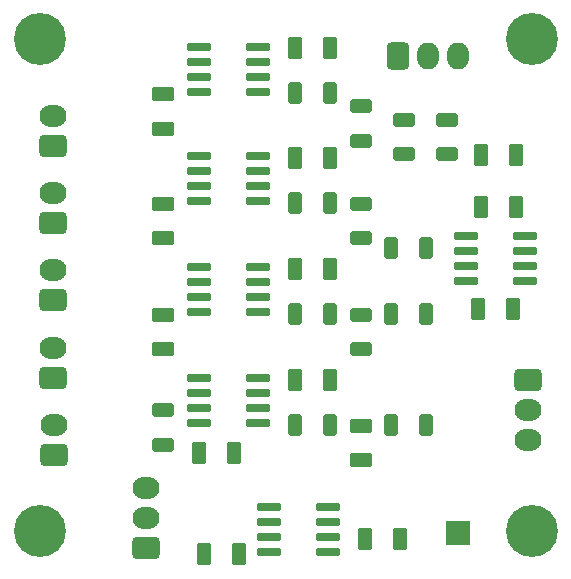
<source format=gts>
%TF.GenerationSoftware,KiCad,Pcbnew,(6.0.1-0)*%
%TF.CreationDate,2022-09-05T12:17:56-04:00*%
%TF.ProjectId,Summing Circuit V5,53756d6d-696e-4672-9043-697263756974,003*%
%TF.SameCoordinates,Original*%
%TF.FileFunction,Soldermask,Top*%
%TF.FilePolarity,Negative*%
%FSLAX46Y46*%
G04 Gerber Fmt 4.6, Leading zero omitted, Abs format (unit mm)*
G04 Created by KiCad (PCBNEW (6.0.1-0)) date 2022-09-05 12:17:56*
%MOMM*%
%LPD*%
G01*
G04 APERTURE LIST*
G04 Aperture macros list*
%AMRoundRect*
0 Rectangle with rounded corners*
0 $1 Rounding radius*
0 $2 $3 $4 $5 $6 $7 $8 $9 X,Y pos of 4 corners*
0 Add a 4 corners polygon primitive as box body*
4,1,4,$2,$3,$4,$5,$6,$7,$8,$9,$2,$3,0*
0 Add four circle primitives for the rounded corners*
1,1,$1+$1,$2,$3*
1,1,$1+$1,$4,$5*
1,1,$1+$1,$6,$7*
1,1,$1+$1,$8,$9*
0 Add four rect primitives between the rounded corners*
20,1,$1+$1,$2,$3,$4,$5,0*
20,1,$1+$1,$4,$5,$6,$7,0*
20,1,$1+$1,$6,$7,$8,$9,0*
20,1,$1+$1,$8,$9,$2,$3,0*%
G04 Aperture macros list end*
%ADD10O,1.841600X2.291600*%
%ADD11RoundRect,0.300800X-0.620000X-0.845000X0.620000X-0.845000X0.620000X0.845000X-0.620000X0.845000X0*%
%ADD12RoundRect,0.300800X0.325000X0.650000X-0.325000X0.650000X-0.325000X-0.650000X0.325000X-0.650000X0*%
%ADD13RoundRect,0.300800X-0.650000X0.325000X-0.650000X-0.325000X0.650000X-0.325000X0.650000X0.325000X0*%
%ADD14RoundRect,0.300800X-0.312500X-0.625000X0.312500X-0.625000X0.312500X0.625000X-0.312500X0.625000X0*%
%ADD15RoundRect,0.300800X-0.625000X0.312500X-0.625000X-0.312500X0.625000X-0.312500X0.625000X0.312500X0*%
%ADD16RoundRect,0.300800X0.312500X0.625000X-0.312500X0.625000X-0.312500X-0.625000X0.312500X-0.625000X0*%
%ADD17RoundRect,0.200800X-0.825000X-0.150000X0.825000X-0.150000X0.825000X0.150000X-0.825000X0.150000X0*%
%ADD18RoundRect,0.300800X0.845000X-0.620000X0.845000X0.620000X-0.845000X0.620000X-0.845000X-0.620000X0*%
%ADD19O,2.291600X1.841600*%
%ADD20RoundRect,0.300800X0.625000X-0.312500X0.625000X0.312500X-0.625000X0.312500X-0.625000X-0.312500X0*%
%ADD21C,4.401600*%
%ADD22RoundRect,0.300800X-0.845000X0.620000X-0.845000X-0.620000X0.845000X-0.620000X0.845000X0.620000X0*%
%ADD23RoundRect,0.300800X0.650000X-0.325000X0.650000X0.325000X-0.650000X0.325000X-0.650000X-0.325000X0*%
%ADD24RoundRect,0.050800X-1.000000X-1.000000X1.000000X-1.000000X1.000000X1.000000X-1.000000X1.000000X0*%
%ADD25RoundRect,0.300800X-0.325000X-0.650000X0.325000X-0.650000X0.325000X0.650000X-0.325000X0.650000X0*%
%ADD26RoundRect,0.200800X0.825000X0.150000X-0.825000X0.150000X-0.825000X-0.150000X0.825000X-0.150000X0*%
G04 APERTURE END LIST*
D10*
%TO.C,J3*%
X116205000Y-49149000D03*
X113665000Y-49149000D03*
D11*
X111125000Y-49149000D03*
%TD*%
D12*
%TO.C,C5*%
X105361000Y-67183000D03*
X102411000Y-67183000D03*
%TD*%
D13*
%TO.C,C9*%
X107950000Y-80440000D03*
X107950000Y-83390000D03*
%TD*%
D12*
%TO.C,C8*%
X97233000Y-82804000D03*
X94283000Y-82804000D03*
%TD*%
D14*
%TO.C,R3*%
X102423500Y-61595000D03*
X105348500Y-61595000D03*
%TD*%
D15*
%TO.C,W1*%
X91186000Y-79121000D03*
X91186000Y-82046000D03*
%TD*%
D16*
%TO.C,R7*%
X113476500Y-70993000D03*
X110551500Y-70993000D03*
%TD*%
D17*
%TO.C,U5*%
X116905000Y-64389000D03*
X116905000Y-65659000D03*
X116905000Y-66929000D03*
X116905000Y-68199000D03*
X121855000Y-68199000D03*
X121855000Y-66929000D03*
X121855000Y-65659000D03*
X121855000Y-64389000D03*
%TD*%
D18*
%TO.C,J7*%
X81935000Y-69850000D03*
D19*
X81935000Y-67310000D03*
%TD*%
D18*
%TO.C,J4*%
X89789000Y-90805000D03*
D19*
X89789000Y-88265000D03*
X89789000Y-85725000D03*
%TD*%
D12*
%TO.C,C12*%
X120855000Y-70612000D03*
X117905000Y-70612000D03*
%TD*%
D20*
%TO.C,R9*%
X115252500Y-57469500D03*
X115252500Y-54544500D03*
%TD*%
D12*
%TO.C,C1*%
X97614000Y-91313000D03*
X94664000Y-91313000D03*
%TD*%
D18*
%TO.C,J8*%
X81935000Y-63309500D03*
D19*
X81935000Y-60769500D03*
%TD*%
D20*
%TO.C,R12*%
X111633000Y-57469500D03*
X111633000Y-54544500D03*
%TD*%
D21*
%TO.C,H1*%
X80772000Y-47752000D03*
%TD*%
D15*
%TO.C,R11*%
X107950000Y-53401500D03*
X107950000Y-56326500D03*
%TD*%
D17*
%TO.C,U6*%
X94299000Y-48387000D03*
X94299000Y-49657000D03*
X94299000Y-50927000D03*
X94299000Y-52197000D03*
X99249000Y-52197000D03*
X99249000Y-50927000D03*
X99249000Y-49657000D03*
X99249000Y-48387000D03*
%TD*%
D22*
%TO.C,J2*%
X122154000Y-76581000D03*
D19*
X122154000Y-79121000D03*
X122154000Y-81661000D03*
%TD*%
D23*
%TO.C,C4*%
X91186000Y-64594000D03*
X91186000Y-61644000D03*
%TD*%
D24*
%TO.C,J5*%
X116205000Y-89535000D03*
%TD*%
D25*
%TO.C,C2*%
X108318000Y-90043000D03*
X111268000Y-90043000D03*
%TD*%
D12*
%TO.C,C13*%
X105361000Y-48514000D03*
X102411000Y-48514000D03*
%TD*%
D21*
%TO.C,H4*%
X122428000Y-89408000D03*
%TD*%
D23*
%TO.C,C6*%
X91186000Y-73992000D03*
X91186000Y-71042000D03*
%TD*%
D21*
%TO.C,H2*%
X122428000Y-47752000D03*
%TD*%
D17*
%TO.C,U4*%
X94299000Y-57658000D03*
X94299000Y-58928000D03*
X94299000Y-60198000D03*
X94299000Y-61468000D03*
X99249000Y-61468000D03*
X99249000Y-60198000D03*
X99249000Y-58928000D03*
X99249000Y-57658000D03*
%TD*%
D26*
%TO.C,U1*%
X105156000Y-91186000D03*
X105156000Y-89916000D03*
X105156000Y-88646000D03*
X105156000Y-87376000D03*
X100206000Y-87376000D03*
X100206000Y-88646000D03*
X100206000Y-89916000D03*
X100206000Y-91186000D03*
%TD*%
D14*
%TO.C,R2*%
X102423500Y-70993000D03*
X105348500Y-70993000D03*
%TD*%
%TO.C,R10*%
X102423500Y-52324000D03*
X105348500Y-52324000D03*
%TD*%
D16*
%TO.C,R6*%
X113476500Y-80391000D03*
X110551500Y-80391000D03*
%TD*%
D18*
%TO.C,J1*%
X81955000Y-82931000D03*
D19*
X81955000Y-80391000D03*
%TD*%
D12*
%TO.C,C7*%
X105361000Y-76581000D03*
X102411000Y-76581000D03*
%TD*%
D15*
%TO.C,R5*%
X107950000Y-61656500D03*
X107950000Y-64581500D03*
%TD*%
%TO.C,R4*%
X107950000Y-71054500D03*
X107950000Y-73979500D03*
%TD*%
D17*
%TO.C,U3*%
X94299000Y-67056000D03*
X94299000Y-68326000D03*
X94299000Y-69596000D03*
X94299000Y-70866000D03*
X99249000Y-70866000D03*
X99249000Y-69596000D03*
X99249000Y-68326000D03*
X99249000Y-67056000D03*
%TD*%
D14*
%TO.C,R1*%
X102423500Y-80391000D03*
X105348500Y-80391000D03*
%TD*%
D21*
%TO.C,H3*%
X80772000Y-89408000D03*
%TD*%
D12*
%TO.C,C3*%
X105361000Y-57785000D03*
X102411000Y-57785000D03*
%TD*%
D23*
%TO.C,C14*%
X91186000Y-55323000D03*
X91186000Y-52373000D03*
%TD*%
D12*
%TO.C,C10*%
X121109000Y-57531000D03*
X118159000Y-57531000D03*
%TD*%
D18*
%TO.C,J9*%
X81935000Y-56769000D03*
D19*
X81935000Y-54229000D03*
%TD*%
D25*
%TO.C,C11*%
X118159000Y-61976000D03*
X121109000Y-61976000D03*
%TD*%
D17*
%TO.C,U2*%
X94299000Y-76454000D03*
X94299000Y-77724000D03*
X94299000Y-78994000D03*
X94299000Y-80264000D03*
X99249000Y-80264000D03*
X99249000Y-78994000D03*
X99249000Y-77724000D03*
X99249000Y-76454000D03*
%TD*%
D16*
%TO.C,R8*%
X113476500Y-65405000D03*
X110551500Y-65405000D03*
%TD*%
D18*
%TO.C,J6*%
X81935000Y-76390500D03*
D19*
X81935000Y-73850500D03*
%TD*%
M02*

</source>
